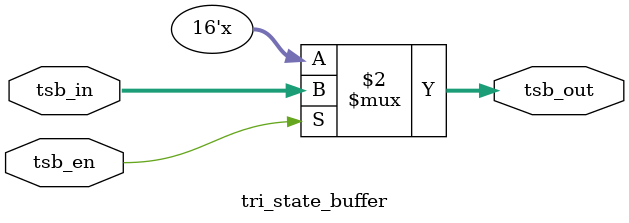
<source format=v>
module tri_state_buffer(tsb_in, tsb_out, tsb_en);
    input wire[15:0] tsb_in;
    output reg[15:0] tsb_out;
    input wire tsb_en;

    always @(*) begin
        tsb_out = tsb_en ? tsb_in : 16'bz; //when enabled, output the input else output high impedance
    end
endmodule
</source>
